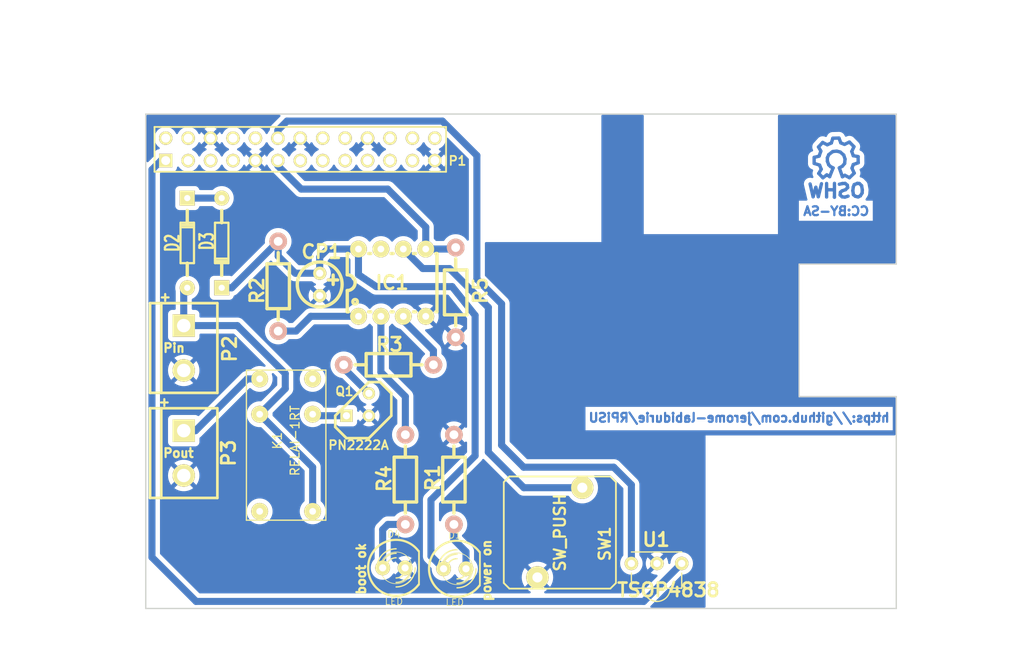
<source format=kicad_pcb>
(kicad_pcb (version 20221018) (generator pcbnew)
  (title_block (date "15 nov 2012"))
  (layers (0 "F.Cu" signal) (31 "B.Cu" signal) (34 "B.Paste" user) (35 "F.Paste" user) (36 "B.SilkS" user "B.Silkscreen") (37 "F.SilkS" user "F.Silkscreen") (38 "B.Mask" user) (39 "F.Mask" user) (44 "Edge.Cuts" user))
  (net 0 "")
  (net 1 "+3.3V")
  (net 2 "+5V")
  (net 3 "GND")
  (net 4 "VCC")
  (net 5 "Net-(D1-Pad2)")
  (net 6 "Net-(D2-Pad1)")
  (net 7 "Net-(D2-Pad2)")
  (net 8 "Net-(D4-Pad1)")
  (net 9 "Net-(IC1-Pad1)")
  (net 10 "Net-(IC1-Pad2)")
  (net 11 "Net-(IC1-Pad3)")
  (net 12 "/GPIO17")
  (net 13 "Net-(IC1-Pad6)")
  (net 14 "Net-(IC1-Pad7)")
  (net 15 "Net-(K1-Pad1)")
  (net 16 "Net-(K1-Pad4)")
  (net 17 "Net-(K1-Pad6)")
  (net 18 "/GPIO0(SDA)")
  (net 19 "/GPIO1(SCL)")
  (net 20 "/GPIO4")
  (net 21 "/TXD")
  (net 22 "/RXD")
  (net 23 "/GPIO18")
  (net 24 "/GPIO21")
  (net 25 "/GPIO22")
  (net 26 "/GPIO23")
  (net 27 "Net-(P1-Pad17)")
  (net 28 "/GPIO24")
  (net 29 "/GPIO10(MOSI)")
  (net 30 "/GPIO9(MISO)")
  (net 31 "/GPIO25")
  (net 32 "/GPIO11(SCLK)")
  (net 33 "/GPIO8(CE0)")
  (net 34 "/GPIO7(CE1)")
  (net 35 "Net-(Q1-Pad1)")
  (footprint "Capacitors_Elko_ThroughHole:Elko_vert_DM5_RM2-5" (layer "F.Cu") (at 163.2 144.3 -90)
    (fp_text reference "CP1" (at -3.7 -0.2) (layer "F.SilkS") (effects (font (size 1.524 1.524) (thickness 0.3048))))
    (fp_text value "100n" hide)
    (fp_line (start -1.0668 -1.524) (end 0 -1.524) (stroke (width 0.381)) (layer "F.Cu"))
    (fp_line (start -0.508 -2.032) (end -0.508 -0.9906) (stroke (width 0.381)) (layer "F.Cu"))
    (fp_line (start -0.508 -2.032) (end -0.508 -0.9906) (stroke (width 0.381)) (layer "F.SilkS"))
    (fp_line (start 0 -1.524) (end -1.0668 -1.524) (stroke (width 0.381)) (layer "F.SilkS"))
    (fp_circle (center 0 0) (end 2.54 0) (stroke (width 0.381)) (fill none) (layer "F.SilkS"))
    (pad "1" thru_hole circle (at -1.27 0 270) (size 1.50114 1.50114) (drill 0.8001) (layers "*.Cu" "*.Mask" "F.SilkS") (net 4 "VCC"))
    (pad "2" thru_hole circle (at 1.27 0 270) (size 1.50114 1.50114) (drill 0.8001) (layers "*.Cu" "*.Mask" "F.SilkS") (net 3 "GND"))
  )
  (footprint "LEDs:LED-5MM" (layer "F.Cu") (at 178.5 176.5)
    (fp_text reference "D1" (at 0 -3.81) (layer "F.SilkS") (effects (font (size 0.762 0.762) (thickness 0.0889))))
    (fp_text value "LED" (at 0 3.81) (layer "F.SilkS") (effects (font (size 0.762 0.762) (thickness 0.0889))))
    (fp_line (start 2.8448 1.905) (end 2.8448 -1.905) (stroke (width 0.2032)) (layer "F.SilkS"))
    (fp_arc (start -1.905 0) (mid -1.272644 -1.526644) (end 0.254 -2.159) (stroke (width 0.1524)) (layer "F.SilkS"))
    (fp_arc (start -1.397 0) (mid -0.913433 -1.167433) (end 0.254 -1.651) (stroke (width 0.1524)) (layer "F.SilkS"))
    (fp_arc (start -0.889 0) (mid -0.554223 -0.808223) (end 0.254 -1.143) (stroke (width 0.1524)) (layer "F.SilkS"))
    (fp_arc (start 1.397 0) (mid 1.062223 0.808223) (end 0.254 1.143) (stroke (width 0.1524)) (layer "F.SilkS"))
    (fp_arc (start 1.905 0) (mid 1.421433 1.167433) (end 0.254 1.651) (stroke (width 0.1524)) (layer "F.SilkS"))
    (fp_arc (start 2.413 0) (mid 1.780644 1.526644) (end 0.254 2.159) (stroke (width 0.1524)) (layer "F.SilkS"))
    (fp_arc (start 2.794 1.905) (mid -2.921 0.001668) (end 2.791997 -1.907668) (stroke (width 0.254)) (layer "F.SilkS"))
    (fp_circle (center 0.254 0) (end -1.016 1.27) (stroke (width 0.0762)) (fill none) (layer "F.SilkS"))
    (pad "1" thru_hole circle (at -1.27 0) (size 1.6764 1.6764) (drill 0.8128) (layers "*.Cu" "*.Mask" "F.SilkS") (net 4 "VCC"))
    (pad "2" thru_hole circle (at 1.27 0) (size 1.6764 1.6764) (drill 0.8128) (layers "*.Cu" "*.Mask" "F.SilkS") (net 5 "Net-(D1-Pad2)"))
  )
  (footprint "Diodes_ThroughHole:Diode_DO-35_SOD27_Horizontal_RM10" (layer "F.Cu") (at 148.2 139.6 90)
    (fp_text reference "D2" (at 0 -1.7 90) (layer "F.SilkS") (effects (font (size 1.524 1.016) (thickness 0.254))))
    (fp_text value "DIODE" hide)
    (fp_line (start -2.286 -0.762) (end 2.286 -0.762) (stroke (width 0.254)) (layer "F.SilkS"))
    (fp_line (start -2.286 0) (end -3.683 0) (stroke (width 0.381)) (layer "F.SilkS"))
    (fp_line (start -2.286 0.762) (end -2.286 -0.762) (stroke (width 0.254)) (layer "F.SilkS"))
    (fp_line (start 1.778 -0.762) (end 1.778 0.762) (stroke (width 0.254)) (layer "F.SilkS"))
    (fp_line (start 2.032 -0.762) (end 2.032 0.762) (stroke (width 0.254)) (layer "F.SilkS"))
    (fp_line (start 2.159 0) (end 3.683 0) (stroke (width 0.381)) (layer "F.SilkS"))
    (fp_line (start 2.286 -0.762) (end 2.286 0) (stroke (width 0.254)) (layer "F.SilkS"))
    (fp_line (start 2.286 0) (end 2.286 0.762) (stroke (width 0.254)) (layer "F.SilkS"))
    (fp_line (start 2.286 0.762) (end -2.286 0.762) (stroke (width 0.254)) (layer "F.SilkS"))
    (pad "1" thru_hole circle (at -5.08 0 90) (size 1.69926 1.69926) (drill 0.70104) (layers "*.Cu" "*.Mask" "F.SilkS") (net 6 "Net-(D2-Pad1)"))
    (pad "2" thru_hole rect (at 5.08 0 90) (size 1.69926 1.69926) (drill 0.70104) (layers "*.Cu" "*.Mask" "F.SilkS") (net 7 "Net-(D2-Pad2)"))
  )
  (footprint "Diodes_ThroughHole:Diode_DO-35_SOD27_Horizontal_RM10" (layer "F.Cu") (at 152.1 139.6 -90)
    (fp_text reference "D3" (at -0.2 1.7 270) (layer "F.SilkS") (effects (font (size 1.524 1.016) (thickness 0.254))))
    (fp_text value "DIODE" hide)
    (fp_line (start -2.286 -0.762) (end 2.286 -0.762) (stroke (width 0.254)) (layer "F.SilkS"))
    (fp_line (start -2.286 0) (end -3.683 0) (stroke (width 0.381)) (layer "F.SilkS"))
    (fp_line (start -2.286 0.762) (end -2.286 -0.762) (stroke (width 0.254)) (layer "F.SilkS"))
    (fp_line (start 1.778 -0.762) (end 1.778 0.762) (stroke (width 0.254)) (layer "F.SilkS"))
    (fp_line (start 2.032 -0.762) (end 2.032 0.762) (stroke (width 0.254)) (layer "F.SilkS"))
    (fp_line (start 2.159 0) (end 3.683 0) (stroke (width 0.381)) (layer "F.SilkS"))
    (fp_line (start 2.286 -0.762) (end 2.286 0) (stroke (width 0.254)) (layer "F.SilkS"))
    (fp_line (start 2.286 0) (end 2.286 0.762) (stroke (width 0.254)) (layer "F.SilkS"))
    (fp_line (start 2.286 0.762) (end -2.286 0.762) (stroke (width 0.254)) (layer "F.SilkS"))
    (pad "1" thru_hole circle (at -5.08 0 270) (size 1.69926 1.69926) (drill 0.70104) (layers "*.Cu" "*.Mask" "F.SilkS") (net 7 "Net-(D2-Pad2)"))
    (pad "2" thru_hole rect (at 5.08 0 270) (size 1.69926 1.69926) (drill 0.70104) (layers "*.Cu" "*.Mask" "F.SilkS") (net 4 "VCC"))
  )
  (footprint "LEDs:LED-5MM" (layer "F.Cu") (at 171.6 176.4)
    (fp_text reference "D4" (at 0 -3.81) (layer "F.SilkS") (effects (font (size 0.762 0.762) (thickness 0.0889))))
    (fp_text value "LED" (at 0 3.81) (layer "F.SilkS") (effects (font (size 0.762 0.762) (thickness 0.0889))))
    (fp_line (start 2.8448 1.905) (end 2.8448 -1.905) (stroke (width 0.2032)) (layer "F.SilkS"))
    (fp_arc (start -1.905 0) (mid -1.272644 -1.526644) (end 0.254 -2.159) (stroke (width 0.1524)) (layer "F.SilkS"))
    (fp_arc (start -1.397 0) (mid -0.913433 -1.167433) (end 0.254 -1.651) (stroke (width 0.1524)) (layer "F.SilkS"))
    (fp_arc (start -0.889 0) (mid -0.554223 -0.808223) (end 0.254 -1.143) (stroke (width 0.1524)) (layer "F.SilkS"))
    (fp_arc (start 1.397 0) (mid 1.062223 0.808223) (end 0.254 1.143) (stroke (width 0.1524)) (layer "F.SilkS"))
    (fp_arc (start 1.905 0) (mid 1.421433 1.167433) (end 0.254 1.651) (stroke (width 0.1524)) (layer "F.SilkS"))
    (fp_arc (start 2.413 0) (mid 1.780644 1.526644) (end 0.254 2.159) (stroke (width 0.1524)) (layer "F.SilkS"))
    (fp_arc (start 2.794 1.905) (mid -2.921 0.001668) (end 2.791997 -1.907668) (stroke (width 0.254)) (layer "F.SilkS"))
    (fp_circle (center 0.254 0) (end -1.016 1.27) (stroke (width 0.0762)) (fill none) (layer "F.SilkS"))
    (pad "1" thru_hole circle (at -1.27 0) (size 1.6764 1.6764) (drill 0.8128) (layers "*.Cu" "*.Mask" "F.SilkS") (net 8 "Net-(D4-Pad1)"))
    (pad "2" thru_hole circle (at 1.27 0) (size 1.6764 1.6764) (drill 0.8128) (layers "*.Cu" "*.Mask" "F.SilkS") (net 3 "GND"))
  )
  (footprint "Power_Integrations:PDIP-8" (layer "F.Cu") (at 171.4 144.1)
    (fp_text reference "IC1" (at 0 0) (layer "F.SilkS") (effects (font (size 1.524 1.524) (thickness 0.3048))))
    (fp_text value "ATTINY25-P" hide)
    (fp_line (start -5.08 -3.302) (end -4.953 -3.302) (stroke (width 0.381)) (layer "F.SilkS"))
    (fp_line (start -5.08 -0.889) (end -5.08 -3.302) (stroke (width 0.381)) (layer "F.SilkS"))
    (fp_line (start -5.08 0.889) (end -5.08 3.302) (stroke (width 0.381)) (layer "F.SilkS"))
    (fp_line (start -5.08 3.302) (end -4.953 3.302) (stroke (width 0.381)) (layer "F.SilkS"))
    (fp_line (start -2.667 -3.302) (end -2.413 -3.302) (stroke (width 0.381)) (layer "F.SilkS"))
    (fp_line (start -2.667 3.302) (end -2.413 3.302) (stroke (width 0.381)) (layer "F.SilkS"))
    (fp_line (start -0.127 -3.302) (end 0.127 -3.302) (stroke (width 0.381)) (layer "F.SilkS"))
    (fp_line (start -0.127 3.302) (end 0.127 3.302) (stroke (width 0.381)) (layer "F.SilkS"))
    (fp_line (start 2.413 -3.302) (end 2.667 -3.302) (stroke (width 0.381)) (layer "F.SilkS"))
    (fp_line (start 2.413 3.302) (end 2.667 3.302) (stroke (width 0.381)) (layer "F.SilkS"))
    (fp_line (start 5.08 -3.302) (end 4.953 -3.302) (stroke (width 0.381)) (layer "F.SilkS"))
    (fp_line (start 5.08 3.302) (end 4.953 3.302) (stroke (width 0.381)) (layer "F.SilkS"))
    (fp_line (start 5.08 3.302) (end 5.08 -3.302) (stroke (width 0.381)) (layer "F.SilkS"))
    (fp_arc (start -5.08 -0.889) (mid -4.451382 -0.628618) (end -4.191 0) (stroke (width 0.381)) (layer "F.SilkS"))
    (fp_arc (start -4.191 0) (mid -4.451382 0.628618) (end -5.08 0.889) (stroke (width 0.381)) (layer "F.SilkS"))
    (fp_circle (center -4.191 2.159) (end -3.937 2.159) (stroke (width 0.381)) (fill none) (layer "F.SilkS"))
    (pad "1" thru_hole circle (at -3.81 3.81) (size 1.905 1.905) (drill 0.762) (layers "*.Cu" "*.Mask" "F.SilkS") (net 9 "Net-(IC1-Pad1)"))
    (pad "2" thru_hole circle (at -1.27 3.81) (size 1.905 1.905) (drill 0.762) (layers "*.Cu" "*.Mask" "F.SilkS") (net 10 "Net-(IC1-Pad2)"))
    (pad "3" thru_hole circle (at 1.27 3.81) (size 1.905 1.905) (drill 0.762) (layers "*.Cu" "*.Mask" "F.SilkS") (net 11 "Net-(IC1-Pad3)"))
    (pad "4" thru_hole circle (at 3.81 3.81) (size 1.905 1.905) (drill 0.762) (layers "*.Cu" "*.Mask" "F.SilkS") (net 3 "GND"))
    (pad "5" thru_hole circle (at 3.81 -3.81) (size 1.905 1.905) (drill 0.762) (layers "*.Cu" "*.Mask" "F.SilkS") (net 12 "/GPIO17"))
    (pad "6" thru_hole circle (at 1.27 -3.81) (size 1.905 1.905) (drill 0.762) (layers "*.Cu" "*.Mask" "F.SilkS") (net 13 "Net-(IC1-Pad6)"))
    (pad "7" thru_hole circle (at -1.27 -3.81) (size 1.905 1.905) (drill 0.762) (layers "*.Cu" "*.Mask" "F.SilkS") (net 14 "Net-(IC1-Pad7)"))
    (pad "8" thru_hole circle (at -3.81 -3.81) (size 1.905 1.905) (drill 0.762) (layers "*.Cu" "*.Mask" "F.SilkS") (net 4 "VCC"))
  )
  (footprint "Relay_V23040" (layer "F.Cu") (at 159.4 159 90)
    (fp_text reference "K1" (at -3 -1 90) (layer "F.SilkS"))
    (fp_text value "RELAI-1RT" (at -3 1 90) (layer "F.SilkS"))
    (fp_line (start -12 -4.5) (end -12 4.5) (stroke (width 0.15)) (layer "F.SilkS"))
    (fp_line (start -12 4.5) (end 5 4.5) (stroke (width 0.15)) (layer "F.SilkS"))
    (fp_line (start 5 -4.5) (end -12 -4.5) (stroke (width 0.15)) (layer "F.SilkS"))
    (fp_line (start 5 4.5) (end 5 -4.5) (stroke (width 0.15)) (layer "F.SilkS"))
    (pad "1" thru_hole circle (at 0 3 90) (size 1.906 1.906) (drill 0.762) (layers "*.Cu" "*.Mask" "F.SilkS") (net 15 "Net-(K1-Pad1)"))
    (pad "2" thru_hole circle (at 0 -3 90) (size 1.906 1.906) (drill 0.762) (layers "*.Cu" "*.Mask" "F.SilkS") (net 6 "Net-(D2-Pad1)"))
    (pad "3" thru_hole circle (at -11 -3 90) (size 1.906 1.906) (drill 0.762) (layers "*.Cu" "*.Mask" "F.SilkS"))
    (pad "4" thru_hole circle (at 4 3 90) (size 1.906 1.906) (drill 0.762) (layers "*.Cu" "*.Mask" "F.SilkS") (net 16 "Net-(K1-Pad4)"))
    (pad "5" thru_hole circle (at -11 3 90) (size 1.906 1.906) (drill 0.762) (layers "*.Cu" "*.Mask" "F.SilkS") (net 6 "Net-(D2-Pad1)"))
    (pad "6" thru_hole circle (at 4 -3 90) (size 1.906 1.906) (drill 0.762) (layers "*.Cu" "*.Mask" "F.SilkS") (net 17 "Net-(K1-Pad6)"))
  )
  (footprint "Connect:bornier2" (layer "F.Cu") (at 147.8 151.5 -90)
    (fp_text reference "P2" (at 0.1 -5.2 270) (layer "F.SilkS") (effects (font (size 1.524 1.524) (thickness 0.3048))))
    (fp_text value "CONN_01X02" hide)
    (fp_line (start -5.08 -3.81) (end -5.08 3.81) (stroke (width 0.3048)) (layer "F.SilkS"))
    (fp_line (start -5.08 3.81) (end 5.08 3.81) (stroke (width 0.3048)) (layer "F.SilkS"))
    (fp_line (start 5.08 -3.81) (end -5.08 -3.81) (stroke (width 0.3048)) (layer "F.SilkS"))
    (fp_line (start 5.08 2.54) (end -5.08 2.54) (stroke (width 0.3048)) (layer "F.SilkS"))
    (fp_line (start 5.08 3.81) (end 5.08 -3.81) (stroke (width 0.3048)) (layer "F.SilkS"))
    (pad "1" thru_hole rect (at -2.54 0 270) (size 2.54 2.54) (drill 1.524) (layers "*.Cu" "*.Mask" "F.SilkS") (net 6 "Net-(D2-Pad1)"))
    (pad "2" thru_hole circle (at 2.54 0 270) (size 2.54 2.54) (drill 1.524) (layers "*.Cu" "*.Mask" "F.SilkS") (net 3 "GND"))
  )
  (footprint "Connect:bornier2" (layer "F.Cu") (at 147.8 163.4 -90)
    (fp_text reference "P3" (at 0 -5.08 270) (layer "F.SilkS") (effects (font (size 1.524 1.524) (thickness 0.3048))))
    (fp_text value "CONN_01X02" hide)
    (fp_line (start -5.08 -3.81) (end -5.08 3.81) (stroke (width 0.3048)) (layer "F.SilkS"))
    (fp_line (start -5.08 3.81) (end 5.08 3.81) (stroke (width 0.3048)) (layer "F.SilkS"))
    (fp_line (start 5.08 -3.81) (end -5.08 -3.81) (stroke (width 0.3048)) (layer "F.SilkS"))
    (fp_line (start 5.08 2.54) (end -5.08 2.54) (stroke (width 0.3048)) (layer "F.SilkS"))
    (fp_line (start 5.08 3.81) (end 5.08 -3.81) (stroke (width 0.3048)) (layer "F.SilkS"))
    (pad "1" thru_hole rect (at -2.54 0 270) (size 2.54 2.54) (drill 1.524) (layers "*.Cu" "*.Mask" "F.SilkS") (net 17 "Net-(K1-Pad6)"))
    (pad "2" thru_hole circle (at 2.54 0 270) (size 2.54 2.54) (drill 1.524) (layers "*.Cu" "*.Mask" "F.SilkS") (net 3 "GND"))
  )
  (footprint "Resistors_ThroughHole:Resistor_Horizontal_RM10mm" (layer "F.Cu") (at 178.4 166.4 90)
    (fp_text reference "R1" (at 0.2 -2.4 90) (layer "F.SilkS") (effects (font (size 1.524 1.524) (thickness 0.3048))))
    (fp_text value "100" hide)
    (fp_line (start -2.54 -1.27) (end 2.54 -1.27) (stroke (width 0.381)) (layer "F.SilkS"))
    (fp_line (start -2.54 0) (end -3.81 0) (stroke (width 0.381)) (layer "F.SilkS"))
    (fp_line (start -2.54 1.27) (end -2.54 -1.27) (stroke (width 0.381)) (layer "F.SilkS"))
    (fp_line (start 2.54 -1.27) (end 2.54 1.27) (stroke (width 0.381)) (layer "F.SilkS"))
    (fp_line (start 2.54 0) (end 3.81 0) (stroke (width 0.381)) (layer "F.SilkS"))
    (fp_line (start 2.54 1.27) (end -2.54 1.27) (stroke (width 0.381)) (layer "F.SilkS"))
    (pad "1" thru_hole circle (at -5.08 0 90) (size 1.99898 1.99898) (drill 1.00076) (layers "*.Cu" "*.SilkS" "*.Mask") (net 5 "Net-(D1-Pad2)"))
    (pad "2" thru_hole circle (at 5.08 0 90) (size 1.99898 1.99898) (drill 1.00076) (layers "*.Cu" "*.SilkS" "*.Mask") (net 3 "GND"))
  )
  (footprint "Resistors_ThroughHole:Resistor_Horizontal_RM10mm" (layer "F.Cu") (at 158.5 144.5 90)
    (fp_text reference "R2" (at -0.5 -2.4 90) (layer "F.SilkS") (effects (font (size 1.524 1.524) (thickness 0.3048))))
    (fp_text value "30K" hide)
    (fp_line (start -2.54 -1.27) (end 2.54 -1.27) (stroke (width 0.381)) (layer "F.SilkS"))
    (fp_line (start -2.54 0) (end -3.81 0) (stroke (width 0.381)) (layer "F.SilkS"))
    (fp_line (start -2.54 1.27) (end -2.54 -1.27) (stroke (width 0.381)) (layer "F.SilkS"))
    (fp_line (start 2.54 -1.27) (end 2.54 1.27) (stroke (width 0.381)) (layer "F.SilkS"))
    (fp_line (start 2.54 0) (end 3.81 0) (stroke (width 0.381)) (layer "F.SilkS"))
    (fp_line (start 2.54 1.27) (end -2.54 1.27) (stroke (width 0.381)) (layer "F.SilkS"))
    (pad "1" thru_hole circle (at -5.08 0 90) (size 1.99898 1.99898) (drill 1.00076) (layers "*.Cu" "*.SilkS" "*.Mask") (net 9 "Net-(IC1-Pad1)"))
    (pad "2" thru_hole circle (at 5.08 0 90) (size 1.99898 1.99898) (drill 1.00076) (layers "*.Cu" "*.SilkS" "*.Mask") (net 4 "VCC"))
  )
  (footprint "Resistors_ThroughHole:Resistor_Horizontal_RM10mm" (layer "F.Cu") (at 171 153.4)
    (fp_text reference "R3" (at 0.1 -2.3) (layer "F.SilkS") (effects (font (size 1.524 1.524) (thickness 0.3048))))
    (fp_text value "1K" hide)
    (fp_line (start -2.54 -1.27) (end 2.54 -1.27) (stroke (width 0.381)) (layer "F.SilkS"))
    (fp_line (start -2.54 0) (end -3.81 0) (stroke (width 0.381)) (layer "F.SilkS"))
    (fp_line (start -2.54 1.27) (end -2.54 -1.27) (stroke (width 0.381)) (layer "F.SilkS"))
    (fp_line (start 2.54 -1.27) (end 2.54 1.27) (stroke (width 0.381)) (layer "F.SilkS"))
    (fp_line (start 2.54 0) (end 3.81 0) (stroke (width 0.381)) (layer "F.SilkS"))
    (fp_line (start 2.54 1.27) (end -2.54 1.27) (stroke (width 0.381)) (layer "F.SilkS"))
    (pad "1" thru_hole circle (at -5.08 0) (size 1.99898 1.99898) (drill 1.00076) (layers "*.Cu" "*.SilkS" "*.Mask") (net 35 "Net-(Q1-Pad1)"))
    (pad "2" thru_hole circle (at 5.08 0) (size 1.99898 1.99898) (drill 1.00076) (layers "*.Cu" "*.SilkS" "*.Mask") (net 11 "Net-(IC1-Pad3)"))
  )
  (footprint "Resistors_ThroughHole:Resistor_Horizontal_RM10mm" (layer "F.Cu") (at 172.9 166.4 -90)
    (fp_text reference "R4" (at -0.1 2.4 270) (layer "F.SilkS") (effects (font (size 1.524 1.524) (thickness 0.3048))))
    (fp_text value "100" hide)
    (fp_line (start -2.54 -1.27) (end 2.54 -1.27) (stroke (width 0.381)) (layer "F.SilkS"))
    (fp_line (start -2.54 0) (end -3.81 0) (stroke (width 0.381)) (layer "F.SilkS"))
    (fp_line (start -2.54 1.27) (end -2.54 -1.27) (stroke (width 0.381)) (layer "F.SilkS"))
    (fp_line (start 2.54 -1.27) (end 2.54 1.27) (stroke (width 0.381)) (layer "F.SilkS"))
    (fp_line (start 2.54 0) (end 3.81 0) (stroke (width 0.381)) (layer "F.SilkS"))
    (fp_line (start 2.54 1.27) (end -2.54 1.27) (stroke (width 0.381)) (layer "F.SilkS"))
    (pad "1" thru_hole circle (at -5.08 0 270) (size 1.99898 1.99898) (drill 1.00076) (layers "*.Cu" "*.SilkS" "*.Mask") (net 10 "Net-(IC1-Pad2)"))
    (pad "2" thru_hole circle (at 5.08 0 270) (size 1.99898 1.99898) (drill 1.00076) (layers "*.Cu" "*.SilkS" "*.Mask") (net 8 "Net-(D4-Pad1)"))
  )
  (footprint "Resistors_ThroughHole:Resistor_Horizontal_RM10mm" (layer "F.Cu") (at 178.6 145.2 -90)
    (fp_text reference "R5" (at -0.2 -2.8 270) (layer "F.SilkS") (effects (font (size 1.524 1.524) (thickness 0.3048))))
    (fp_text value "1K" hide)
    (fp_line (start -2.54 -1.27) (end 2.54 -1.27) (stroke (width 0.381)) (layer "F.SilkS"))
    (fp_line (start -2.54 0) (end -3.81 0) (stroke (width 0.381)) (layer "F.SilkS"))
    (fp_line (start -2.54 1.27) (end -2.54 -1.27) (stroke (width 0.381)) (layer "F.SilkS"))
    (fp_line (start 2.54 -1.27) (end 2.54 1.27) (stroke (width 0.381)) (layer "F.SilkS"))
    (fp_line (start 2.54 0) (end 3.81 0) (stroke (width 0.381)) (layer "F.SilkS"))
    (fp_line (start 2.54 1.27) (end -2.54 1.27) (stroke (width 0.381)) (layer "F.SilkS"))
    (pad "1" thru_hole circle (at -5.08 0 270) (size 1.99898 1.99898) (drill 1.00076) (layers "*.Cu" "*.SilkS" "*.Mask") (net 12 "/GPIO17"))
    (pad "2" thru_hole circle (at 5.08 0 270) (size 1.99898 1.99898) (drill 1.00076) (layers "*.Cu" "*.SilkS" "*.Mask") (net 3 "GND"))
  )
  (footprint "Discret:SW_PUSH" (layer "F.Cu") (at 190.4 172.4 -90)
    (fp_text reference "SW1" (at 1.27 -5.08 270) (layer "F.SilkS") (effects (font (size 1.27 1.27) (thickness 0.254))))
    (fp_text value "SW_PUSH" (at 0 0 270) (layer "F.SilkS") (effects (font (size 1.27 1.27) (thickness 0.254))))
    (fp_line (start -6.35 -5.715) (end -5.715 -6.35) (stroke (width 0.2032)) (layer "F.SilkS"))
    (fp_line (start -6.35 5.715) (end -6.35 -5.715) (stroke (width 0.2032)) (layer "F.SilkS"))
    (fp_line (start -5.715 -6.35) (end 5.715 -6.35) (stroke (width 0.2032)) (layer "F.SilkS"))
    (fp_line (start -5.715 6.35) (end -6.35 5.715) (stroke (width 0.2032)) (layer "F.SilkS"))
    (fp_line (start 5.715 -6.35) (end 6.35 -5.715) (stroke (width 0.2032)) (layer "F.SilkS"))
    (fp_line (start 5.715 6.35) (end -5.715 6.35) (stroke (width 0.2032)) (layer "F.SilkS"))
    (fp_line (start 6.35 -5.715) (end 6.35 5.715) (stroke (width 0.2032)) (layer "F.SilkS"))
    (fp_line (start 6.35 5.715) (end 5.715 6.35) (stroke (width 0.2032)) (layer "F.SilkS"))
    (pad "1" thru_hole circle (at -5.08 -2.54 270) (size 2.54 2.54) (drill 1.143) (layers "*.Cu" "*.Mask" "F.SilkS") (net 13 "Net-(IC1-Pad6)"))
    (pad "2" thru_hole circle (at 5.08 2.54 270) (size 2.54 2.54) (drill 1.143) (layers "*.Cu" "*.Mask" "F.SilkS") (net 3 "GND"))
  )
  (footprint "Pin_Arrays:pin_array_2x13" (layer "F.Cu") (at 161 129)
    (fp_text reference "P1" (at 17.8 1.3) (layer "F.SilkS") (effects (font (size 1.016 1.016) (thickness 0.2032))))
    (fp_text value "CONN_13X2" hide)
    (fp_line (start -16.51 -2.54) (end -16.51 2.54) (stroke (width 0.2032)) (layer "F.SilkS"))
    (fp_line (start -16.51 2.54) (end 16.51 2.54) (stroke (width 0.2032)) (layer "F.SilkS"))
    (fp_line (start 16.51 -2.54) (end -16.51 -2.54) (stroke (width 0.2032)) (layer "F.SilkS"))
    (fp_line (start 16.51 2.54) (end 16.51 -2.54) (stroke (width 0.2032)) (layer "F.SilkS"))
    (pad "1" thru_hole rect (at -15.24 1.27) (size 1.524 1.524) (drill 1.016) (layers "*.Cu" "*.Mask" "F.SilkS") (net 1 "+3.3V"))
    (pad "2" thru_hole circle (at -15.24 -1.27) (size 1.524 1.524) (drill 1.016) (layers "*.Cu" "*.Mask" "F.SilkS") (net 2 "+5V"))
    (pad "3" thru_hole circle (at -12.7 1.27) (size 1.524 1.524) (drill 1.016) (layers "*.Cu" "*.Mask" "F.SilkS") (net 18 "/GPIO0(SDA)"))
    (pad "4" thru_hole circle (at -12.7 -1.27) (size 1.524 1.524) (drill 1.016) (layers "*.Cu" "*.Mask" "F.SilkS") (net 2 "+5V"))
    (pad "5" thru_hole circle (at -10.16 1.27) (size 1.524 1.524) (drill 1.016) (layers "*.Cu" "*.Mask" "F.SilkS") (net 19 "/GPIO1(SCL)"))
    (pad "6" thru_hole circle (at -10.16 -1.27) (size 1.524 1.524) (drill 1.016) (layers "*.Cu" "*.Mask" "F.SilkS") (net 3 "GND"))
    (pad "7" thru_hole circle (at -7.62 1.27) (size 1.524 1.524) (drill 1.016) (layers "*.Cu" "*.Mask" "F.SilkS") (net 20 "/GPIO4"))
    (pad "8" thru_hole circle (at -7.62 -1.27) (size 1.524 1.524) (drill 1.016) (layers "*.Cu" "*.Mask" "F.SilkS") (net 21 "/TXD"))
    (pad "9" thru_hole circle (at -5.08 1.27) (size 1.524 1.524) (drill 1.016) (layers "*.Cu" "*.Mask" "F.SilkS") (net 3 "GND"))
    (pad "10" thru_hole circle (at -5.08 -1.27) (size 1.524 1.524) (drill 1.016) (layers "*.Cu" "*.Mask" "F.SilkS") (net 22 "/RXD"))
    (pad "11" thru_hole circle (at -2.54 1.27) (size 1.524 1.524) (drill 1.016) (layers "*.Cu" "*.Mask" "F.SilkS") (net 12 "/GPIO17"))
    (pad "12" thru_hole circle (at -2.54 -1.27) (size 1.524 1.524) (drill 1.016) (layers "*.Cu" "*.Mask" "F.SilkS") (net 23 "/GPIO18"))
    (pad "13" thru_hole circle (at 0 1.27) (size 1.524 1.524) (drill 1.016) (layers "*.Cu" "*.Mask" "F.SilkS") (net 24 "/GPIO21"))
    (pad "14" thru_hole circle (at 0 -1.27) (size 1.524 1.524) (drill 1.016) (layers "*.Cu" "*.Mask" "F.SilkS") (net 3 "GND"))
    (pad "15" thru_hole circle (at 2.54 1.27) (size 1.524 1.524) (drill 1.016) (layers "*.Cu" "*.Mask" "F.SilkS") (net 25 "/GPIO22"))
    (pad "16" thru_hole circle (at 2.54 -1.27) (size 1.524 1.524) (drill 1.016) (layers "*.Cu" "*.Mask" "F.SilkS") (net 26 "/GPIO23"))
    (pad "17" thru_hole circle (at 5.08 1.27) (size 1.524 1.524) (drill 1.016) (layers "*.Cu" "*.Mask" "F.SilkS") (net 27 "Net-(P1-Pad17)"))
    (pad "18" thru_hole circle (at 5.08 -1.27) (size 1.524 1.524) (drill 1.016) (layers "*.Cu" "*.Mask" "F.SilkS") (net 28 "/GPIO24"))
    (pad "19" thru_hole circle (at 7.62 1.27) (size 1.524 1.524) (drill 1.016) (layers "*.Cu" "*.Mask" "F.SilkS") (net 29 "/GPIO10(MOSI)"))
    (pad "20" thru_hole circle (at 7.62 -1.27) (size 1.524 1.524) (drill 1.016) (layers "*.Cu" "*.Mask" "F.SilkS") (net 3 "GND"))
    (pad "21" thru_hole circle (at 10.16 1.27) (size 1.524 1.524) (drill 1.016) (layers "*.Cu" "*.Mask" "F.SilkS") (net 30 "/GPIO9(MISO)"))
    (pad "22" thru_hole circle (at 10.16 -1.27) (size 1.524 1.524) (drill 1.016) (layers "*.Cu" "*.Mask" "F.SilkS") (net 31 "/GPIO25"))
    (pad "23" thru_hole circle (at 12.7 1.27) (size 1.524 1.524) (drill 1.016) (layers "*.Cu" "*.Mask" "F.SilkS") (net 32 "/GPIO11(SCLK)"))
    (pad "24" thru_hole circle (at 12.7 -1.27) (size 1.524 1.524) (drill 1.016) (layers "*.Cu" "*.Mask" "F.SilkS") (net 33 "/GPIO8(CE0)"))
    (pad "25" thru_hole circle (at 15.24 1.27) (size 1.524 1.524) (drill 1.016) (layers "*.Cu" "*.Mask" "F.SilkS") (net 3 "GND"))
    (pad "26" thru_hole circle (at 15.24 -1.27) (size 1.524 1.524) (drill 1.016) (layers "*.Cu" "*.Mask" "F.SilkS") (net 34 "/GPIO7(CE1)"))
  )
  (footprint "Discret:TO92-123" (layer "F.Cu") (at 167.5 157.9 180)
    (fp_text reference "Q1" (at 1.5 1.5 180) (layer "F.SilkS") (effects (font (size 1.016 1.016) (thickness 0.2032))))
    (fp_text value "PN2222A" (at -0.1 -4.6 180) (layer "F.SilkS") (effects (font (size 1.016 1.016) (thickness 0.2032))))
    (fp_line (start -3.81 -1.27) (end -3.81 1.27) (stroke (width 0.3048)) (layer "F.SilkS"))
    (fp_line (start -3.81 1.27) (end -2.54 2.54) (stroke (width 0.3048)) (layer "F.SilkS"))
    (fp_line (start -2.54 2.54) (end -1.27 2.54) (stroke (width 0.3048)) (layer "F.SilkS"))
    (fp_line (start -1.27 -3.81) (end -3.81 -1.27) (stroke (width 0.3048)) (layer "F.SilkS"))
    (fp_line (start -1.27 2.54) (end 2.54 -1.27) (stroke (width 0.3048)) (layer "F.SilkS"))
    (fp_line (start 1.27 -3.81) (end -1.27 -3.81) (stroke (width 0.3048)) (layer "F.SilkS"))
    (fp_line (start 2.54 -2.54) (end 1.27 -3.81) (stroke (width 0.3048)) (layer "F.SilkS"))
    (fp_line (start 2.54 -1.27) (end 2.54 -2.54) (stroke (width 0.3048)) (layer "F.SilkS"))
    (pad "1" thru_hole circle (at -1.27 1.27 180) (size 1.397 1.397) (drill 0.8128) (layers "*.Cu" "*.Mask" "F.SilkS") (net 35 "Net-(Q1-Pad1)"))
    (pad "2" thru_hole circle (at -1.27 -1.27 180) (size 1.397 1.397) (drill 0.8128) (layers "*.Cu" "*.Mask" "F.SilkS") (net 3 "GND"))
    (pad "3" thru_hole rect (at 1.27 -1.27 180) (size 1.397 1.397) (drill 0.8128) (layers "*.Cu" "*.Mask" "F.SilkS") (net 15 "Net-(K1-Pad1)"))
  )
  (footprint "IR:TSOP4838" (layer "F.Cu") (at 201.4 175.9)
    (fp_text reference "U1" (at -0.1 -2.7) (layer "F.SilkS") (effects (font (size 1.524 1.524) (thickness 0.3048))))
    (fp_text value "TSOP4838" (at 1.3 3) (layer "F.SilkS") (effects (font (size 1.524 1.524) (thickness 0.3048))))
    (fp_line (start -2.9 2.8) (end -2.9 1.1) (stroke (width 0.15)) (layer "F.SilkS"))
    (fp_line (start 2.8 -1.3) (end -2.9 -1.3) (stroke (width 0.15)) (layer "F.SilkS"))
    (fp_line (start 2.8 2.8) (end -2.9 2.8) (stroke (width 0.15)) (layer "F.SilkS"))
    (fp_line (start 2.8 2.8) (end 2.8 1.1) (stroke (width 0.15)) (layer "F.SilkS"))
    (fp_arc (start 0 4.3) (mid -1.06066 3.86066) (end -1.5 2.8) (stroke (width 0.15)) (layer "F.SilkS"))
    (fp_arc (start 1.5 2.9) (mid 0.989949 3.931371) (end -0.1 4.3) (stroke (width 0.15)) (layer "F.SilkS"))
    (pad "1" thru_hole circle (at -2.9 0 90) (size 1.524 1.524) (drill 0.8128) (layers "*.Cu" "*.Mask" "F.SilkS") (net 23 "/GPIO18"))
    (pad "2" thru_hole circle (at 0 0 90) (size 1.524 1.524) (drill 0.8128) (layers "*.Cu" "*.Mask" "F.SilkS") (net 3 "GND"))
    (pad "3" thru_hole circle (at 2.8 0 90) (size 1.524 1.524) (drill 0.8128) (layers "*.Cu" "*.Mask" "F.SilkS") (net 1 "+3.3V"))
  )
  (footprint "Footprint_Symbols:Symbol_OSHW-Logo_CopperTop" (layer "B.Cu") (at 221.7 130.2 180)
    (fp_text reference "SYM" hide)
    (fp_text value "Symbol_OSHW-Logo_CopperTop_07Jul2012" hide)
    (fp_line (start -2.9591 -3.40106) (end -2.93116 -3.74904) (stroke (width 0.381)) (layer "B.Cu"))
    (fp_line (start -2.93116 -3.74904) (end -2.7305 -4.06908) (stroke (width 0.381)) (layer "B.Cu"))
    (fp_line (start -2.8702 -2.91084) (end -2.9591 -3.40106) (stroke (width 0.381)) (layer "B.Cu"))
    (fp_line (start -2.7305 -4.06908) (end -2.47904 -4.191) (stroke (width 0.381)) (layer "B.Cu"))
    (fp_line (start -2.6289 -2.66954) (end -2.8702 -2.91084) (stroke (width 0.381)) (layer "B.Cu"))
    (fp_line (start -2.4892 -0.32004) (end -1.9304 -0.5207) (stroke (width 0.381)) (layer "B.Cu"))
    (fp_line (start -2.47904 -4.191) (end -2.16916 -4.11988) (stroke (width 0.381)) (layer "B.Cu"))
    (fp_line (start -2.47904 0.381) (end -2.4892 -0.32004) (stroke (width 0.381)) (layer "B.Cu"))
    (fp_line (start -2.37998 -2.64922) (end -2.6289 -2.66954) (stroke (width 0.381)) (layer "B.Cu"))
    (fp_line (start -2.16916 -4.11988) (end -1.95072 -3.93954) (stroke (width 0.381)) (layer "B.Cu"))
    (fp_line (start -2.03962 -2.78892) (end -2.4003 -2.65938) (stroke (width 0.381)) (layer "B.Cu"))
    (fp_line (start -2.03962 -1.49098) (end -1.50114 -2.00914) (stroke (width 0.381)) (layer "B.Cu"))
    (fp_line (start -2.00914 1.50114) (end -1.76022 0.96012) (stroke (width 0.381)) (layer "B.Cu"))
    (fp_line (start -1.95072 -3.93954) (end -1.8796 -3.4798) (stroke (width 0.381)) (layer "B.Cu"))
    (fp_line (start -1.9304 -3.07086) (end -2.03962 -2.78892) (stroke (width 0.381)) (layer "B.Cu"))
    (fp_line (start -1.9304 -0.5207) (end -1.7907 -0.91948) (stroke (width 0.381)) (layer "B.Cu"))
    (fp_line (start -1.9304 0.48006) (end -2.47904 0.381) (stroke (width 0.381)) (layer "B.Cu"))
    (fp_line (start -1.8796 -3.4798) (end -1.9304 -3.07086) (stroke (width 0.381)) (layer "B.Cu"))
    (fp_line (start -1.78054 -0.92964) (end -2.03962 -1.49098) (stroke (width 0.381)) (layer "B.Cu"))
    (fp_line (start -1.76022 0.96012) (end -1.9304 0.48006) (stroke (width 0.381)) (layer "B.Cu"))
    (fp_line (start -1.50114 -2.00914) (end -0.98044 -1.7399) (stroke (width 0.381)) (layer "B.Cu"))
    (fp_line (start -1.49098 2.02946) (end -2.00914 1.50114) (stroke (width 0.381)) (layer "B.Cu"))
    (fp_line (start -1.29032 -3.12928) (end -1.04902 -3.37058) (stroke (width 0.381)) (layer "B.Cu"))
    (fp_line (start -1.25984 -2.86004) (end -1.29032 -3.12928) (stroke (width 0.381)) (layer "B.Cu"))
    (fp_line (start -1.04902 -3.37058) (end -0.6604 -3.50012) (stroke (width 0.381)) (layer "B.Cu"))
    (fp_line (start -1.02108 -2.65938) (end -1.25984 -2.86004) (stroke (width 0.381)) (layer "B.Cu"))
    (fp_line (start -1.00076 0.09906) (end -0.94996 -0.39878) (stroke (width 0.381)) (layer "B.Cu"))
    (fp_line (start -0.9906 -4.20878) (end -1.34112 -4.09956) (stroke (width 0.381)) (layer "B.Cu"))
    (fp_line (start -0.98044 -1.7399) (end -0.70104 -1.89992) (stroke (width 0.381)) (layer "B.Cu"))
    (fp_line (start -0.94996 -0.39878) (end -0.70104 -0.70104) (stroke (width 0.381)) (layer "B.Cu"))
    (fp_line (start -0.9398 1.76022) (end -1.49098 2.02946) (stroke (width 0.381)) (layer "B.Cu"))
    (fp_line (start -0.8509 0.55118) (end -1.00076 0.09906) (stroke (width 0.381)) (layer "B.Cu"))
    (fp_line (start -0.70104 -2.66954) (end -1.02108 -2.65938) (stroke (width 0.381)) (layer "B.Cu"))
    (fp_line (start -0.70104 -0.70104) (end -0.35052 -0.89916) (stroke (width 0.381)) (layer "B.Cu"))
    (fp_line (start -0.67056 -4.18084) (end -0.9906 -4.20878) (stroke (width 0.381)) (layer "B.Cu"))
    (fp_line (start -0.6604 -3.50012) (end -0.48006 -3.66014) (stroke (width 0.381)) (layer "B.Cu"))
    (fp_line (start -0.5207 1.9304) (end -0.9398 1.76022) (stroke (width 0.381)) (layer "B.Cu"))
    (fp_line (start -0.48006 -3.66014) (end -0.43942 -3.95986) (stroke (width 0.381)) (layer "B.Cu"))
    (fp_line (start -0.44958 0.89916) (end -0.8509 0.55118) (stroke (width 0.381)) (layer "B.Cu"))
    (fp_line (start -0.43942 -3.95986) (end -0.67056 -4.18084) (stroke (width 0.381)) (layer "B.Cu"))
    (fp_line (start -0.35052 -2.75082) (end -0.70104 -2.66954) (stroke (width 0.381)) (layer "B.Cu"))
    (fp_line (start -0.35052 -0.89916) (end -0.70104 -1.89992) (stroke (width 0.381)) (layer "B.Cu"))
    (fp_line (start -0.30988 2.47904) (end -0.5207 1.9304) (stroke (width 0.381)) (layer "B.Cu"))
    (fp_line (start -0.0508 1.00076) (end -0.44958 0.89916) (stroke (width 0.381)) (layer "B.Cu"))
    (fp_line (start 0.20066 -4.21894) (end 0.21082 -4.20878) (stroke (width 0.381)) (layer "B.Cu"))
    (fp_line (start 0.20066 -2.64922) (end 0.20066 -4.21894) (stroke (width 0.381)) (layer "B.Cu"))
    (fp_line (start 0.24892 -3.38074) (end 1.03886 -3.37058) (stroke (width 0.381)) (layer "B.Cu"))
    (fp_line (start 0.35052 -0.89916) (end 0.65024 -0.7493) (stroke (width 0.381)) (layer "B.Cu"))
    (fp_line (start 0.35052 -0.89916) (end 0.7493 -1.89992) (stroke (width 0.381)) (layer "B.Cu"))
    (fp_line (start 0.381 2.46126) (end -0.30988 2.47904) (stroke (width 0.381)) (layer "B.Cu"))
    (fp_line (start 0.39878 0.94996) (end -0.0508 1.00076) (stroke (width 0.381)) (layer "B.Cu"))
    (fp_line (start 0.55118 1.92024) (end 0.381 2.46126) (stroke (width 0.381)) (layer "B.Cu"))
    (fp_line (start 0.65024 -0.7493) (end 0.8509 -0.55118) (stroke (width 0.381)) (layer "B.Cu"))
    (fp_line (start 0.73914 -1.8796) (end 1.06934 -1.6891) (stroke (width 0.381)) (layer "B.Cu"))
    (fp_line (start 0.8509 -0.55118) (end 1.00076 -0.14986) (stroke (width 0.381)) (layer "B.Cu"))
    (fp_line (start 0.8509 0.59944) (end 0.39878 0.94996) (stroke (width 0.381)) (layer "B.Cu"))
    (fp_line (start 1.00076 -0.14986) (end 1.00076 0.24892) (stroke (width 0.381)) (layer "B.Cu"))
    (fp_line (start 1.00076 0.24892) (end 0.8509 0.59944) (stroke (width 0.381)) (layer "B.Cu"))
    (fp_line (start 1.02108 1.71958) (end 0.55118 1.92024) (stroke (width 0.381)) (layer "B.Cu"))
    (fp_line (start 1.03886 -3.37058) (end 1.04902 -3.38074) (stroke (width 0.381)) (layer "B.Cu"))
    (fp_line (start 1.04902 -3.38074) (end 1.04902 -3.37058) (stroke (width 0.381)) (layer "B.Cu"))
    (fp_line (start 1.06934 -1.6891) (end 1.50876 -2.0193) (stroke (width 0.381)) (layer "B.Cu"))
    (fp_line (start 1.08966 -2.65938) (end 1.08966 -4.20116) (stroke (width 0.381)) (layer "B.Cu"))
    (fp_line (start 1.50876 -2.0193) (end 1.9812 -1.52908) (stroke (width 0.381)) (layer "B.Cu"))
    (fp_line (start 1.53924 1.9812) (end 1.02108 1.71958) (stroke (width 0.381)) (layer "B.Cu"))
    (fp_line (start 1.66878 -2.68986) (end 2.02946 -4.16052) (stroke (width 0.381)) (layer "B.Cu"))
    (fp_line (start 1.69926 -1.04902) (end 1.88976 -0.57912) (stroke (width 0.381)) (layer "B.Cu"))
    (fp_line (start 1.7399 1.00076) (end 2.00914 1.47066) (stroke (width 0.381)) (layer "B.Cu"))
    (fp_line (start 1.88976 -0.57912) (end 2.49936 -0.39116) (stroke (width 0.381)) (layer "B.Cu"))
    (fp_line (start 1.94056 0.42926) (end 1.7399 1.00076) (stroke (width 0.381)) (layer "B.Cu"))
    (fp_line (start 1.9812 -1.52908) (end 1.69926 -1.04902) (stroke (width 0.381)) (layer "B.Cu"))
    (fp_line (start 2.00914 1.47066) (end 1.53924 1.9812) (stroke (width 0.381)) (layer "B.Cu"))
    (fp_line (start 2.02946 -4.16052) (end 2.30886 -3.0988) (stroke (width 0.381)) (layer "B.Cu"))
    (fp_line (start 2.30886 -3.0988) (end 2.61874 -4.17068) (stroke (width 0.381)) (layer "B.Cu"))
    (fp_line (start 2.49936 -0.39116) (end 2.49936 0.28956) (stroke (width 0.381)) (layer "B.Cu"))
    (fp_line (start 2.49936 0.28956) (end 1.94056 0.42926) (stroke (width 0.381)) (layer "B.Cu"))
    (fp_line (start 2.61874 -4.17068) (end 2.9591 -2.72034) (stroke (width 0.381)) (layer "B.Cu"))
  )
  (gr_line (start 143.5 181) (end 228.5 181) (stroke (width 0.15)) (layer "Edge.Cuts"))
  (gr_line (start 217.5 142) (end 228.5 142) (stroke (width 0.15)) (layer "Edge.Cuts"))
  (gr_line (start 228.5 181) (end 228.5 157) (stroke (width 0.15)) (layer "Edge.Cuts"))
  (gr_line (start 228.5 157) (end 217.5 157) (stroke (width 0.15)) (layer "Edge.Cuts"))
  (gr_line (start 228.5 125) (end 143.5 125) (stroke (width 0.15)) (layer "Edge.Cuts"))
  (gr_line (start 217.5 157) (end 217.5 142) (stroke (width 0.15)) (layer "Edge.Cuts"))
  (gr_line (start 228.5 142) (end 228.5 125) (stroke (width 0.15)) (layer "Edge.Cuts"))
  (gr_line (start 143.5 125) (end 143.5 181) (stroke (width 0.15)) (layer "Edge.Cuts"))
  (gr_text "https://github.com/jerome-labidurie/RPiSU" (at 210.7 159.4) (layer "B.Cu") (effects (font (size 1 1) (thickness 0.25)) (justify mirror)))
  (gr_text "CC:BY-SA" (at 221.7 136) (layer "B.Cu") (effects (font (size 1 1) (thickness 0.25)) (justify mirror)))
  (gr_text "Pout" (at 147.2 163.4) (layer "F.SilkS") (effects (font (size 1 1) (thickness 0.25))))
  (gr_text "+" (at 145.6 157.6) (layer "F.SilkS") (effects (font (size 1 1) (thickness 0.25))))
  (gr_text "+" (at 145.7 145.7) (layer "F.SilkS") (effects (font (size 1 1) (thickness 0.25))))
  (gr_text "Pin" (at 146.7 151.5) (layer "F.SilkS") (effects (font (size 1 1) (thickness 0.25))))
  (gr_text "boot ok" (at 167.9 176.5 90) (layer "F.SilkS") (effects (font (size 1 1) (thickness 0.25))))
  (gr_text "power on" (at 182.1 176.7 90) (layer "F.SilkS") (effects (font (size 1 1) (thickness 0.25))))
  (segment (start 145.23 130.27) (end 144.2 131.3) (width 0.8) (layer "B.Cu") (net 1))
  (segment (start 144.2 131.3) (end 144.2 175.2) (width 0.8) (layer "B.Cu") (net 1))
  (segment (start 144.2 175.2) (end 149.2 180.2) (width 0.8) (layer "B.Cu") (net 1))
  (segment (start 149.2 180.2) (end 199.9 180.2) (width 0.8) (layer "B.Cu") (net 1))
  (segment (start 199.9 180.2) (end 204.2 175.9) (width 0.8) (layer "B.Cu") (net 1))
  (segment (start 145.76 130.27) (end 145.23 130.27) (width 0.8) (layer "B.Cu") (net 1))
  (segment (start 153.24 144.68) (end 158.5 139.42) (width 0.8) (layer "B.Cu") (net 4))
  (segment (start 158.5 141.1) (end 160.43 143.03) (width 0.8) (layer "B.Cu") (net 4))
  (segment (start 160.43 143.03) (end 163.2 143.03) (width 0.8) (layer "B.Cu") (net 4))
  (segment (start 163.2 141.2) (end 164.11 140.29) (width 0.8) (layer "B.Cu") (net 4))
  (segment (start 164.11 140.29) (end 167.59 140.29) (width 0.8) (layer "B.Cu") (net 4))
  (segment (start 167.59 143.19) (end 169.6 144.547499) (width 0.8) (layer "B.Cu") (net 4))
  (segment (start 169.6 144.547499) (end 178.2 144.547499) (width 0.8) (layer "B.Cu") (net 4))
  (segment (start 178.2 144.547499) (end 180.8 147.8) (width 0.8) (layer "B.Cu") (net 4))
  (segment (start 180.8 147.8) (end 180.8 163.7) (width 0.8) (layer "B.Cu") (net 4))
  (segment (start 180.8 163.7) (end 175.8 168.7) (width 0.8) (layer "B.Cu") (net 4))
  (segment (start 175.8 168.7) (end 175.8 175.07) (width 0.8) (layer "B.Cu") (net 4))
  (segment (start 175.8 175.07) (end 177.23 176.5) (width 0.8) (layer "B.Cu") (net 4))
  (segment (start 152.1 144.68) (end 153.24 144.68) (width 0.8) (layer "B.Cu") (net 4))
  (segment (start 167.59 140.29) (end 167.59 143.19) (width 0.8) (layer "B.Cu") (net 4))
  (segment (start 163.2 143.03) (end 163.2 141.2) (width 0.8) (layer "B.Cu") (net 4))
  (segment (start 158.5 139.42) (end 158.5 141.1) (width 0.8) (layer "B.Cu") (net 4))
  (segment (start 178.4 173.2) (end 179.77 174.57) (width 0.8) (layer "B.Cu") (net 5))
  (segment (start 179.77 174.57) (end 179.77 176.5) (width 0.8) (layer "B.Cu") (net 5))
  (segment (start 178.4 171.48) (end 178.4 173.2) (width 0.8) (layer "B.Cu") (net 5))
  (segment (start 148.2 148.56) (end 147.8 148.96) (width 0.8) (layer "B.Cu") (net 6))
  (segment (start 162.4 165) (end 162.4 170) (width 0.8) (layer "B.Cu") (net 6))
  (segment (start 147.8 145.08) (end 148.2 144.68) (width 0.8) (layer "B.Cu") (net 6))
  (segment (start 153.86 148.96) (end 159.3 154.4) (width 0.8) (layer "B.Cu") (net 6))
  (segment (start 159.3 154.4) (end 159.3 156.1) (width 0.8) (layer "B.Cu") (net 6))
  (segment (start 159.3 156.1) (end 156.4 159) (width 0.8) (layer "B.Cu") (net 6))
  (segment (start 148.2 144.68) (end 148.2 144.9) (width 0.8) (layer "B.Cu") (net 6))
  (segment (start 156.4 159) (end 162.4 165) (width 0.8) (layer "B.Cu") (net 6))
  (segment (start 147.8 148.96) (end 147.8 145.08) (width 0.8) (layer "B.Cu") (net 6))
  (segment (start 147.8 148.96) (end 153.86 148.96) (width 0.8) (layer "B.Cu") (net 6))
  (segment (start 156.4 159) (end 156.4 159.1) (width 0.8) (layer "B.Cu") (net 6))
  (segment (start 148.2 134.52) (end 152.1 134.52) (width 0.8) (layer "B.Cu") (net 7))
  (segment (start 170.92 171.48) (end 170.33 172.07) (width 0.8) (layer "B.Cu") (net 8))
  (segment (start 170.33 172.07) (end 170.33 176.4) (width 0.8) (layer "B.Cu") (net 8))
  (segment (start 172.9 171.48) (end 170.92 171.48) (width 0.8) (layer "B.Cu") (net 8))
  (segment (start 160.52 149.58) (end 162.19 147.91) (width 0.8) (layer "B.Cu") (net 9))
  (segment (start 162.19 147.91) (end 167.59 147.91) (width 0.8) (layer "B.Cu") (net 9))
  (segment (start 158.5 149.58) (end 160.52 149.58) (width 0.8) (layer "B.Cu") (net 9))
  (segment (start 170.13 154.23) (end 172.9 157) (width 0.8) (layer "B.Cu") (net 10))
  (segment (start 172.9 157) (end 172.9 161.32) (width 0.8) (layer "B.Cu") (net 10))
  (segment (start 170.13 147.91) (end 170.13 154.23) (width 0.8) (layer "B.Cu") (net 10))
  (segment (start 172.67 148.37) (end 176.08 151.78) (width 0.8) (layer "B.Cu") (net 11))
  (segment (start 176.08 151.78) (end 176.08 153.4) (width 0.8) (layer "B.Cu") (net 11))
  (segment (start 172.67 147.91) (end 172.67 148.37) (width 0.8) (layer "B.Cu") (net 11))
  (segment (start 175.22 140.28) (end 175.21 140.29) (width 0.8) (layer "B.Cu") (net 12))
  (segment (start 177.71 140.29) (end 178.6 140.12) (width 0.8) (layer "B.Cu") (net 12))
  (segment (start 158.46 130.86) (end 161.1 133.5) (width 0.8) (layer "B.Cu") (net 12))
  (segment (start 161.1 133.5) (end 170.9 133.5) (width 0.8) (layer "B.Cu") (net 12))
  (segment (start 170.9 133.5) (end 175.21 137.81) (width 0.8) (layer "B.Cu") (net 12))
  (segment (start 175.21 137.81) (end 175.21 140.29) (width 0.8) (layer "B.Cu") (net 12))
  (segment (start 175.21 140.29) (end 177.71 140.29) (width 0.8) (layer "B.Cu") (net 12))
  (segment (start 158.46 130.27) (end 158.46 130.86) (width 0.8) (layer "B.Cu") (net 12))
  (segment (start 186.32 167.32) (end 182.3 163.3) (width 0.8) (layer "B.Cu") (net 13))
  (segment (start 182.3 163.3) (end 182.3 146.9) (width 0.8) (layer "B.Cu") (net 13))
  (segment (start 182.3 146.9) (end 177.9 142.5) (width 0.8) (layer "B.Cu") (net 13))
  (segment (start 177.9 142.5) (end 174.88 142.5) (width 0.8) (layer "B.Cu") (net 13))
  (segment (start 174.88 142.5) (end 172.67 140.29) (width 0.8) (layer "B.Cu") (net 13))
  (segment (start 192.94 167.32) (end 186.32 167.32) (width 0.8) (layer "B.Cu") (net 13))
  (segment (start 162.57 159.17) (end 162.4 159) (width 0.8) (layer "B.Cu") (net 15))
  (segment (start 166.23 159.17) (end 162.57 159.17) (width 0.8) (layer "B.Cu") (net 15))
  (segment (start 149.14 160.86) (end 155 155) (width 0.8) (layer "B.Cu") (net 17))
  (segment (start 155 155) (end 156.4 155) (width 0.8) (layer "B.Cu") (net 17))
  (segment (start 147.8 160.86) (end 149.14 160.86) (width 0.8) (layer "B.Cu") (net 17))
  (segment (start 158.46 126.84) (end 159.5 125.8) (width 0.8) (layer "B.Cu") (net 23))
  (segment (start 159.5 125.8) (end 177.1 125.8) (width 0.8) (layer "B.Cu") (net 23))
  (segment (start 177.1 125.8) (end 181 129.7) (width 0.8) (layer "B.Cu") (net 23))
  (segment (start 181 129.7) (end 181 143.7) (width 0.8) (layer "B.Cu") (net 23))
  (segment (start 181 143.7) (end 183.8 146.5) (width 0.8) (layer "B.Cu") (net 23))
  (segment (start 183.8 146.5) (end 183.8 162.5) (width 0.8) (layer "B.Cu") (net 23))
  (segment (start 183.8 162.5) (end 186.3 165) (width 0.8) (layer "B.Cu") (net 23))
  (segment (start 186.3 165) (end 196.5 165) (width 0.8) (layer "B.Cu") (net 23))
  (segment (start 196.5 165) (end 198.5 167) (width 0.8) (layer "B.Cu") (net 23))
  (segment (start 198.5 167) (end 198.5 175.9) (width 0.8) (layer "B.Cu") (net 23))
  (segment (start 158.46 127.73) (end 158.46 126.84) (width 0.8) (layer "B.Cu") (net 23))
  (segment (start 165.92 153.78) (end 168.77 156.63) (width 0.8) (layer "B.Cu") (net 35))
  (segment (start 165.92 153.4) (end 165.92 153.78) (width 0.8) (layer "B.Cu") (net 35))
  (zone (net 3) (net_name "GND") (layer "B.Cu") (connect_pads (clearance 0.508)) (min_thickness 0.254) (fill yes (thermal_gap 0.508) (thermal_bridge_width 0.508))
    (polygon (pts (xy 143.5 125) (xy 181.9 125) (xy 181.9 139.5) (xy 195.1 139.5) (xy 195.1 125) (xy 199.9 125) (xy 199.9 138.6) (xy 215.1 138.6) (xy 215.1 125) (xy 228.5 125) (xy 228.5 161.4) (xy 206.9 161.4) (xy 206.9 181) (xy 143.5 181)))
  )
)
</source>
